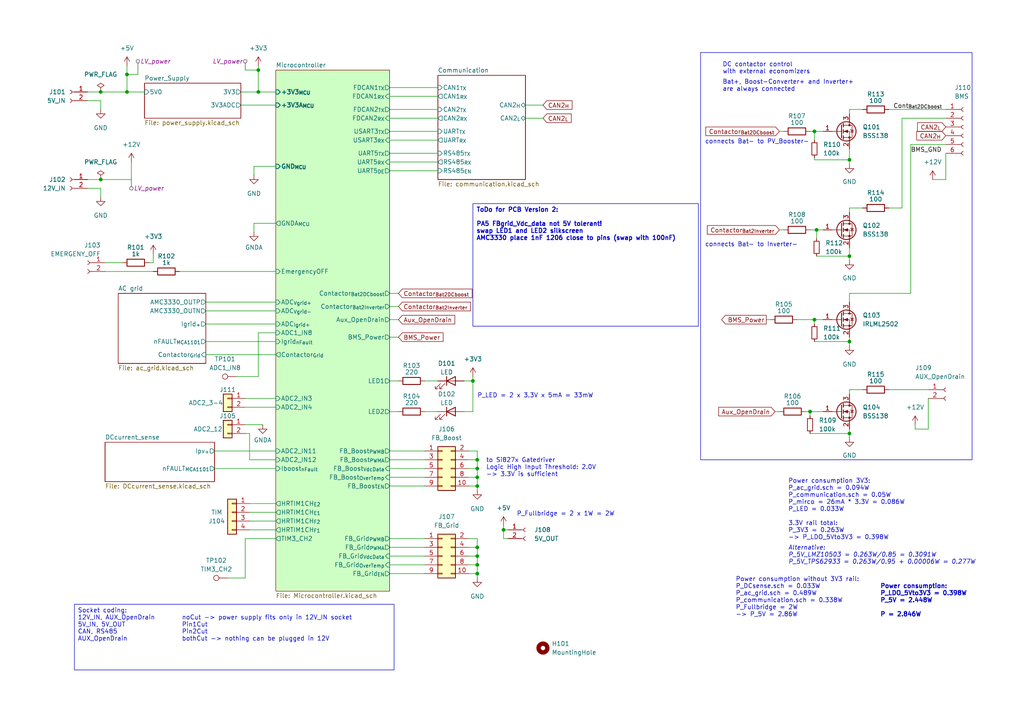
<source format=kicad_sch>
(kicad_sch (version 20230121) (generator eeschema)
  (paper "A4")
  (title_block (title "PVBatteryInverter_Mainboard") (date "2023-10-11") (rev "1.0") (comment 1 "Designer: Philip Kiehnle"))
  (lib_symbols
    (symbol "Connector:Conn_01x02_Socket" (pin_names (offset 1.016) hide)
      (property "Reference" "J" (at 0 2.54 0))
      (property "Value" "Conn_01x02_Socket" (at 0 -5.08 0))
      (symbol "Conn_01x02_Socket_1_1"
        (arc (start 0 -2.032) (mid -0.5058 -2.54) (end 0 -3.048) (stroke (width 0.1524)))
        (polyline (pts (xy -1.27 -2.54) (xy -0.508 -2.54)) (stroke (width 0.1524)))
        (polyline (pts (xy -1.27 0) (xy -0.508 0)) (stroke (width 0.1524)))
        (arc (start 0 0.508) (mid -0.5058 0) (end 0 -0.508) (stroke (width 0.1524)))
        (pin passive line (at -5.08 0 0) (length 3.81) (name "Pin_1") (number "1"))
        (pin passive line (at -5.08 -2.54 0) (length 3.81) (name "Pin_2") (number "2"))
      )
    )
    (symbol "Connector:Conn_01x06_Socket" (pin_names (offset 1.016) hide)
      (property "Reference" "J" (at 0 7.62 0))
      (property "Value" "Conn_01x06_Socket" (at 0 -10.16 0))
      (symbol "Conn_01x06_Socket_1_1"
        (arc (start 0 -7.112) (mid -0.5058 -7.62) (end 0 -8.128) (stroke (width 0.1524)))
        (arc (start 0 -4.572) (mid -0.5058 -5.08) (end 0 -5.588) (stroke (width 0.1524)))
        (arc (start 0 -2.032) (mid -0.5058 -2.54) (end 0 -3.048) (stroke (width 0.1524)))
        (polyline (pts (xy -1.27 -7.62) (xy -0.508 -7.62)) (stroke (width 0.1524)))
        (polyline (pts (xy -1.27 -5.08) (xy -0.508 -5.08)) (stroke (width 0.1524)))
        (polyline (pts (xy -1.27 -2.54) (xy -0.508 -2.54)) (stroke (width 0.1524)))
        (polyline (pts (xy -1.27 0) (xy -0.508 0)) (stroke (width 0.1524)))
        (polyline (pts (xy -1.27 2.54) (xy -0.508 2.54)) (stroke (width 0.1524)))
        (polyline (pts (xy -1.27 5.08) (xy -0.508 5.08)) (stroke (width 0.1524)))
        (arc (start 0 0.508) (mid -0.5058 0) (end 0 -0.508) (stroke (width 0.1524)))
        (arc (start 0 3.048) (mid -0.5058 2.54) (end 0 2.032) (stroke (width 0.1524)))
        (arc (start 0 5.588) (mid -0.5058 5.08) (end 0 4.572) (stroke (width 0.1524)))
        (pin passive line (at -5.08 5.08 0) (length 3.81) (name "Pin_1") (number "1"))
        (pin passive line (at -5.08 2.54 0) (length 3.81) (name "Pin_2") (number "2"))
        (pin passive line (at -5.08 0 0) (length 3.81) (name "Pin_3") (number "3"))
        (pin passive line (at -5.08 -2.54 0) (length 3.81) (name "Pin_4") (number "4"))
        (pin passive line (at -5.08 -5.08 0) (length 3.81) (name "Pin_5") (number "5"))
        (pin passive line (at -5.08 -7.62 0) (length 3.81) (name "Pin_6") (number "6"))
      )
    )
    (symbol "Connector:TestPoint" (pin_numbers hide) (pin_names (offset 0.762) hide)
      (property "Reference" "TP" (at 0 6.858 0))
      (property "Value" "TestPoint" (at 0 5.08 0))
      (symbol "TestPoint_0_1"
        (circle (center 0 3.302) (radius 0.762))
      )
      (symbol "TestPoint_1_1"
        (pin passive line (at 0 0 90) (length 2.54) (name "1") (number "1"))
      )
    )
    (symbol "Connector_Generic:Conn_01x02" (pin_names (offset 1.016) hide)
      (property "Reference" "J" (at 0 2.54 0))
      (property "Value" "Conn_01x02" (at 0 -5.08 0))
      (symbol "Conn_01x02_1_1"
        (rectangle (start -1.27 -2.413) (end 0 -2.667) (stroke (width 0.1524)))
        (rectangle (start -1.27 0.127) (end 0 -0.127) (stroke (width 0.1524)))
        (rectangle (start -1.27 1.27) (end 1.27 -3.81) (stroke (width 0.254)) (fill (type background)))
        (pin passive line (at -5.08 0 0) (length 3.81) (name "Pin_1") (number "1"))
        (pin passive line (at -5.08 -2.54 0) (length 3.81) (name "Pin_2") (number "2"))
      )
    )
    (symbol "Connector_Generic:Conn_01x04" (pin_names (offset 1.016) hide)
      (property "Reference" "J" (at 0 5.08 0))
      (property "Value" "Conn_01x04" (at 0 -7.62 0))
      (symbol "Conn_01x04_1_1"
        (rectangle (start -1.27 -4.953) (end 0 -5.207) (stroke (width 0.1524)))
        (rectangle (start -1.27 -2.413) (end 0 -2.667) (stroke (width 0.1524)))
        (rectangle (start -1.27 0.127) (end 0 -0.127) (stroke (width 0.1524)))
        (rectangle (start -1.27 2.667) (end 0 2.413) (stroke (width 0.1524)))
        (rectangle (start -1.27 3.81) (end 1.27 -6.35) (stroke (width 0.254)) (fill (type background)))
        (pin passive line (at -5.08 2.54 0) (length 3.81) (name "Pin_1") (number "1"))
        (pin passive line (at -5.08 0 0) (length 3.81) (name "Pin_2") (number "2"))
        (pin passive line (at -5.08 -2.54 0) (length 3.81) (name "Pin_3") (number "3"))
        (pin passive line (at -5.08 -5.08 0) (length 3.81) (name "Pin_4") (number "4"))
      )
    )
    (symbol "Connector_Generic:Conn_02x05_Odd_Even" (pin_names (offset 1.016) hide)
      (property "Reference" "J" (at 1.27 7.62 0))
      (property "Value" "Conn_02x05_Odd_Even" (at 1.27 -7.62 0))
      (symbol "Conn_02x05_Odd_Even_1_1"
        (rectangle (start -1.27 -4.953) (end 0 -5.207) (stroke (width 0.1524)))
        (rectangle (start -1.27 -2.413) (end 0 -2.667) (stroke (width 0.1524)))
        (rectangle (start -1.27 0.127) (end 0 -0.127) (stroke (width 0.1524)))
        (rectangle (start -1.27 2.667) (end 0 2.413) (stroke (width 0.1524)))
        (rectangle (start -1.27 5.207) (end 0 4.953) (stroke (width 0.1524)))
        (rectangle (start -1.27 6.35) (end 3.81 -6.35) (stroke (width 0.254)) (fill (type background)))
        (rectangle (start 3.81 -4.953) (end 2.54 -5.207) (stroke (width 0.1524)))
        (rectangle (start 3.81 -2.413) (end 2.54 -2.667) (stroke (width 0.1524)))
        (rectangle (start 3.81 0.127) (end 2.54 -0.127) (stroke (width 0.1524)))
        (rectangle (start 3.81 2.667) (end 2.54 2.413) (stroke (width 0.1524)))
        (rectangle (start 3.81 5.207) (end 2.54 4.953) (stroke (width 0.1524)))
        (pin passive line (at -5.08 5.08 0) (length 3.81) (name "Pin_1") (number "1"))
        (pin passive line (at 7.62 -5.08 180) (length 3.81) (name "Pin_10") (number "10"))
        (pin passive line (at 7.62 5.08 180) (length 3.81) (name "Pin_2") (number "2"))
        (pin passive line (at -5.08 2.54 0) (length 3.81) (name "Pin_3") (number "3"))
        (pin passive line (at 7.62 2.54 180) (length 3.81) (name "Pin_4") (number "4"))
        (pin passive line (at -5.08 0 0) (length 3.81) (name "Pin_5") (number "5"))
        (pin passive line (at 7.62 0 180) (length 3.81) (name "Pin_6") (number "6"))
        (pin passive line (at -5.08 -2.54 0) (length 3.81) (name "Pin_7") (number "7"))
        (pin passive line (at 7.62 -2.54 180) (length 3.81) (name "Pin_8") (number "8"))
        (pin passive line (at -5.08 -5.08 0) (length 3.81) (name "Pin_9") (number "9"))
      )
    )
    (symbol "Device:LED" (pin_numbers hide) (pin_names (offset 1.016) hide)
      (property "Reference" "D" (at 0 2.54 0))
      (property "Value" "LED" (at 0 -2.54 0))
      (symbol "LED_0_1"
        (polyline (pts (xy -1.27 -1.27) (xy -1.27 1.27)) (stroke (width 0.254)))
        (polyline (pts (xy -1.27 0) (xy 1.27 0)))
        (polyline (pts (xy 1.27 -1.27) (xy 1.27 1.27) (xy -1.27 0) (xy 1.27 -1.27)) (stroke (width 0.254)))
        (polyline (pts (xy -3.048 -0.762) (xy -4.572 -2.286) (xy -3.81 -2.286) (xy -4.572 -2.286) (xy -4.572 -1.524)))
        (polyline (pts (xy -1.778 -0.762) (xy -3.302 -2.286) (xy -2.54 -2.286) (xy -3.302 -2.286) (xy -3.302 -1.524)))
      )
      (symbol "LED_1_1"
        (pin passive line (at -3.81 0 0) (length 2.54) (name "K") (number "1"))
        (pin passive line (at 3.81 0 180) (length 2.54) (name "A") (number "2"))
      )
    )
    (symbol "Device:R" (pin_numbers hide) (pin_names (offset 0))
      (property "Reference" "R" (at 2.032 0 90))
      (property "Value" "R" (at 0 0 90))
      (symbol "R_0_1"
        (rectangle (start -1.016 -2.54) (end 1.016 2.54) (stroke (width 0.254)))
      )
      (symbol "R_1_1"
        (pin passive line (at 0 3.81 270) (length 1.27) (name "~") (number "1"))
        (pin passive line (at 0 -3.81 90) (length 1.27) (name "~") (number "2"))
      )
    )
    (symbol "Device:R_Small" (pin_numbers hide) (pin_names (offset 0.254) hide)
      (property "Reference" "R" (at 0.762 0.508 0))
      (property "Value" "R_Small" (at 0.762 -1.016 0))
      (symbol "R_Small_0_1"
        (rectangle (start -0.762 1.778) (end 0.762 -1.778) (stroke (width 0.2032)))
      )
      (symbol "R_Small_1_1"
        (pin passive line (at 0 2.54 270) (length 0.762) (name "~") (number "1"))
        (pin passive line (at 0 -2.54 90) (length 0.762) (name "~") (number "2"))
      )
    )
    (symbol "ETI_lib:Transistor_FET/EBS13389-BSS138" (pin_names hide)
      (property "Reference" "Q" (at 5.08 1.905 0))
      (property "Value" "BSS138" (at 5.08 0 0))
      (symbol "Transistor_FET/EBS13389-BSS138_0_1"
        (polyline (pts (xy 0.254 0) (xy -2.54 0)))
        (polyline (pts (xy 0.254 1.905) (xy 0.254 -1.905)) (stroke (width 0.254)))
        (polyline (pts (xy 0.762 -1.27) (xy 0.762 -2.286)) (stroke (width 0.254)))
        (polyline (pts (xy 0.762 0.508) (xy 0.762 -0.508)) (stroke (width 0.254)))
        (polyline (pts (xy 0.762 2.286) (xy 0.762 1.27)) (stroke (width 0.254)))
        (polyline (pts (xy 2.54 2.54) (xy 2.54 1.778)))
        (polyline (pts (xy 2.54 -2.54) (xy 2.54 0) (xy 0.762 0)))
        (polyline (pts (xy 0.762 -1.778) (xy 3.302 -1.778) (xy 3.302 1.778) (xy 0.762 1.778)))
        (polyline (pts (xy 1.016 0) (xy 2.032 0.381) (xy 2.032 -0.381) (xy 1.016 0)) (fill (type outline)))
        (polyline (pts (xy 2.794 0.508) (xy 2.921 0.381) (xy 3.683 0.381) (xy 3.81 0.254)))
        (polyline (pts (xy 3.302 0.381) (xy 2.921 -0.254) (xy 3.683 -0.254) (xy 3.302 0.381)))
        (circle (center 1.651 0) (radius 2.794) (stroke (width 0.254)))
        (circle (center 2.54 -1.778) (radius 0.254) (fill (type outline)))
        (circle (center 2.54 1.778) (radius 0.254) (fill (type outline)))
      )
      (symbol "Transistor_FET/EBS13389-BSS138_1_1"
        (pin input line (at -5.08 0 0) (length 2.54) (name "G") (number "1"))
        (pin passive line (at 2.54 -5.08 90) (length 2.54) (name "S") (number "2"))
        (pin passive line (at 2.54 5.08 270) (length 2.54) (name "D") (number "3"))
      )
    )
    (symbol "Mechanical:MountingHole" (pin_names (offset 1.016))
      (property "Reference" "H" (at 0 5.08 0))
      (property "Value" "MountingHole" (at 0 3.175 0))
      (symbol "MountingHole_0_1"
        (circle (center 0 0) (radius 1.27) (stroke (width 1.27)))
      )
    )
    (symbol "Transistor_FET:IRLML2060" (pin_names hide)
      (property "Reference" "Q" (at 5.08 1.905 0))
      (property "Value" "IRLML2060" (at 5.08 0 0))
      (symbol "IRLML2060_0_1"
        (polyline (pts (xy 0.254 0) (xy -2.54 0)))
        (polyline (pts (xy 0.254 1.905) (xy 0.254 -1.905)) (stroke (width 0.254)))
        (polyline (pts (xy 0.762 -1.27) (xy 0.762 -2.286)) (stroke (width 0.254)))
        (polyline (pts (xy 0.762 0.508) (xy 0.762 -0.508)) (stroke (width 0.254)))
        (polyline (pts (xy 0.762 2.286) (xy 0.762 1.27)) (stroke (width 0.254)))
        (polyline (pts (xy 2.54 2.54) (xy 2.54 1.778)))
        (polyline (pts (xy 2.54 -2.54) (xy 2.54 0) (xy 0.762 0)))
        (polyline (pts (xy 0.762 -1.778) (xy 3.302 -1.778) (xy 3.302 1.778) (xy 0.762 1.778)))
        (polyline (pts (xy 1.016 0) (xy 2.032 0.381) (xy 2.032 -0.381) (xy 1.016 0)) (fill (type outline)))
        (polyline (pts (xy 2.794 0.508) (xy 2.921 0.381) (xy 3.683 0.381) (xy 3.81 0.254)))
        (polyline (pts (xy 3.302 0.381) (xy 2.921 -0.254) (xy 3.683 -0.254) (xy 3.302 0.381)))
        (circle (center 1.651 0) (radius 2.794) (stroke (width 0.254)))
        (circle (center 2.54 -1.778) (radius 0.254) (fill (type outline)))
        (circle (center 2.54 1.778) (radius 0.254) (fill (type outline)))
      )
      (symbol "IRLML2060_1_1"
        (pin input line (at -5.08 0 0) (length 2.54) (name "G") (number "1"))
        (pin passive line (at 2.54 -5.08 90) (length 2.54) (name "S") (number "2"))
        (pin passive line (at 2.54 5.08 270) (length 2.54) (name "D") (number "3"))
      )
    )
    (symbol "power:+12V" (power) (pin_names (offset 0))
      (property "Value" "+12V" (at 0 3.556 0))
      (symbol "+12V_0_1"
        (polyline (pts (xy -0.762 1.27) (xy 0 2.54)))
        (polyline (pts (xy 0 0) (xy 0 2.54)))
        (polyline (pts (xy 0 2.54) (xy 0.762 1.27)))
      )
      (symbol "+12V_1_1"
        (pin power_in line (at 0 0 90) (length 0) hide (name "+12V") (number "1"))
      )
    )
    (symbol "power:+3V3" (power) (pin_names (offset 0))
      (property "Value" "+3V3" (at 0 3.556 0))
      (symbol "+3V3_0_1"
        (polyline (pts (xy -0.762 1.27) (xy 0 2.54)))
        (polyline (pts (xy 0 0) (xy 0 2.54)))
        (polyline (pts (xy 0 2.54) (xy 0.762 1.27)))
      )
      (symbol "+3V3_1_1"
        (pin power_in line (at 0 0 90) (length 0) hide (name "+3V3") (number "1"))
      )
    )
    (symbol "power:+5V" (power) (pin_names (offset 0))
      (property "Value" "+5V" (at 0 3.556 0))
      (symbol "+5V_0_1"
        (polyline (pts (xy -0.762 1.27) (xy 0 2.54)))
        (polyline (pts (xy 0 0) (xy 0 2.54)))
        (polyline (pts (xy 0 2.54) (xy 0.762 1.27)))
      )
      (symbol "+5V_1_1"
        (pin power_in line (at 0 0 90) (length 0) hide (name "+5V") (number "1"))
      )
    )
    (symbol "power:GND" (power) (pin_names (offset 0))
      (property "Value" "GND" (at 0 -3.81 0))
      (symbol "GND_0_1"
        (polyline (pts (xy 0 0) (xy 0 -1.27) (xy 1.27 -1.27) (xy 0 -2.54) (xy -1.27 -1.27) (xy 0 -1.27)))
      )
      (symbol "GND_1_1"
        (pin power_in line (at 0 0 270) (length 0) hide (name "GND") (number "1"))
      )
    )
    (symbol "power:GNDA" (power) (pin_names (offset 0))
      (property "Value" "GNDA" (at 0 -3.81 0))
      (symbol "GNDA_0_1"
        (polyline (pts (xy 0 0) (xy 0 -1.27) (xy 1.27 -1.27) (xy 0 -2.54) (xy -1.27 -1.27) (xy 0 -1.27)))
      )
      (symbol "GNDA_1_1"
        (pin power_in line (at 0 0 270) (length 0) hide (name "GNDA") (number "1"))
      )
    )
    (symbol "power:PWR_FLAG" (power) (pin_numbers hide) (pin_names (offset 0) hide)
      (property "Value" "PWR_FLAG" (at 0 3.81 0))
      (symbol "PWR_FLAG_0_0"
        (pin power_out line (at 0 0 90) (length 0) (name "pwr") (number "1"))
      )
      (symbol "PWR_FLAG_0_1"
        (polyline (pts (xy 0 0) (xy 0 1.27) (xy -1.016 1.905) (xy 0 2.54) (xy 1.016 1.905) (xy 0 1.27)))
      )
    )
  )
  (junction (at 138.43 138.43))
  (junction (at 36.83 26.67))
  (junction (at 236.22 92.71))
  (junction (at 138.43 135.89))
  (junction (at 246.38 125.73))
  (junction (at 246.38 46.355))
  (junction (at 246.38 99.06))
  (junction (at 29.21 26.67))
  (junction (at 74.93 20.32))
  (junction (at 234.95 119.38))
  (junction (at 137.16 110.49))
  (junction (at 236.855 66.675))
  (junction (at 236.22 38.1))
  (junction (at 246.38 74.295))
  (junction (at 138.43 161.29))
  (junction (at 146.05 153.67))
  (junction (at 138.43 133.35))
  (junction (at 36.83 21.59))
  (junction (at 74.93 26.67))
  (junction (at 138.43 166.37))
  (junction (at 29.21 52.07))
  (junction (at 138.43 158.75))
  (junction (at 138.43 140.97))
  (junction (at 138.43 163.83))
  (wire (pts (xy 265.43 124.46) (xy 265.43 123.19)))
  (wire (pts (xy 113.03 158.75) (xy 123.19 158.75)))
  (wire (pts (xy 36.83 21.59) (xy 40.005 21.59)))
  (wire (pts (xy 138.43 163.83) (xy 138.43 166.37)))
  (wire (pts (xy 236.22 92.71) (xy 236.22 93.98)))
  (wire (pts (xy 69.85 26.67) (xy 74.93 26.67)))
  (wire (pts (xy 257.81 113.03) (xy 269.24 113.03)))
  (wire (pts (xy 236.22 45.72) (xy 236.22 46.355)))
  (wire (pts (xy 246.38 99.06) (xy 246.38 100.33)))
  (wire (pts (xy 113.03 133.35) (xy 123.19 133.35)))
  (wire (pts (xy 30.48 78.74) (xy 44.45 78.74)))
  (wire (pts (xy 135.89 163.83) (xy 138.43 163.83)))
  (wire (pts (xy 234.95 125.73) (xy 246.38 125.73)))
  (wire (pts (xy 236.22 99.06) (xy 246.38 99.06)))
  (wire (pts (xy 36.83 19.05) (xy 36.83 21.59)))
  (wire (pts (xy 236.22 92.71) (xy 238.76 92.71)))
  (wire (pts (xy 113.03 27.94) (xy 127 27.94)))
  (wire (pts (xy 226.06 66.675) (xy 227.33 66.675)))
  (wire (pts (xy 246.38 31.75) (xy 250.19 31.75)))
  (wire (pts (xy 74.93 109.22) (xy 68.58 109.22)))
  (wire (pts (xy 113.03 85.09) (xy 115.57 85.09)))
  (wire (pts (xy 137.16 109.22) (xy 137.16 110.49)))
  (wire (pts (xy 74.93 96.52) (xy 80.01 96.52)))
  (wire (pts (xy 113.03 92.71) (xy 115.57 92.71)))
  (wire (pts (xy 113.03 40.64) (xy 127 40.64)))
  (wire (pts (xy 226.06 38.1) (xy 227.33 38.1)))
  (wire (pts (xy 40.005 20.32) (xy 40.005 21.59)))
  (wire (pts (xy 72.39 125.73) (xy 71.12 125.73)))
  (wire (pts (xy 38.1 46.99) (xy 38.1 52.07)))
  (wire (pts (xy 71.12 20.32) (xy 74.93 20.32)))
  (wire (pts (xy 71.12 156.21) (xy 71.12 167.64)))
  (wire (pts (xy 113.03 38.1) (xy 127 38.1)))
  (wire (pts (xy 71.12 156.21) (xy 80.01 156.21)))
  (wire (pts (xy 123.19 119.38) (xy 127 119.38)))
  (wire (pts (xy 137.16 119.38) (xy 137.16 110.49)))
  (wire (pts (xy 146.05 153.67) (xy 146.05 156.21)))
  (wire (pts (xy 69.85 30.48) (xy 80.01 30.48)))
  (wire (pts (xy 135.89 138.43) (xy 138.43 138.43)))
  (wire (pts (xy 152.4 30.48) (xy 157.48 30.48)))
  (wire (pts (xy 138.43 130.81) (xy 138.43 133.35)))
  (wire (pts (xy 25.4 26.67) (xy 29.21 26.67)))
  (wire (pts (xy 246.38 85.09) (xy 264.16 85.09)))
  (wire (pts (xy 246.38 74.295) (xy 246.38 75.565)))
  (wire (pts (xy 246.38 113.03) (xy 250.19 113.03)))
  (wire (pts (xy 113.03 44.45) (xy 127 44.45)))
  (wire (pts (xy 257.81 60.325) (xy 261.62 60.325)))
  (wire (pts (xy 236.22 38.1) (xy 236.22 40.64)))
  (wire (pts (xy 274.32 44.45) (xy 274.32 52.07)))
  (wire (pts (xy 222.25 92.71) (xy 223.52 92.71)))
  (wire (pts (xy 246.38 31.75) (xy 246.38 33.02)))
  (wire (pts (xy 264.16 41.91) (xy 274.32 41.91)))
  (wire (pts (xy 234.95 119.38) (xy 233.68 119.38)))
  (wire (pts (xy 274.32 34.29) (xy 261.62 34.29)))
  (wire (pts (xy 236.855 66.675) (xy 234.95 66.675)))
  (wire (pts (xy 246.38 71.755) (xy 246.38 74.295)))
  (wire (pts (xy 138.43 156.21) (xy 138.43 158.75)))
  (wire (pts (xy 73.66 67.31) (xy 73.66 64.77)))
  (wire (pts (xy 113.03 110.49) (xy 115.57 110.49)))
  (wire (pts (xy 113.03 97.79) (xy 115.57 97.79)))
  (wire (pts (xy 236.22 38.1) (xy 234.95 38.1)))
  (wire (pts (xy 72.39 133.35) (xy 80.01 133.35)))
  (wire (pts (xy 264.16 85.09) (xy 264.16 41.91)))
  (wire (pts (xy 135.89 135.89) (xy 138.43 135.89)))
  (wire (pts (xy 152.4 34.29) (xy 157.48 34.29)))
  (wire (pts (xy 73.66 64.77) (xy 80.01 64.77)))
  (wire (pts (xy 147.32 156.21) (xy 146.05 156.21)))
  (wire (pts (xy 72.39 146.05) (xy 80.01 146.05)))
  (wire (pts (xy 80.01 93.98) (xy 59.69 93.98)))
  (wire (pts (xy 113.03 88.9) (xy 115.57 88.9)))
  (wire (pts (xy 80.01 99.06) (xy 59.69 99.06)))
  (wire (pts (xy 113.03 163.83) (xy 123.19 163.83)))
  (wire (pts (xy 36.83 26.67) (xy 41.91 26.67)))
  (wire (pts (xy 71.12 123.19) (xy 76.2 123.19)))
  (wire (pts (xy 138.43 140.97) (xy 138.43 142.24)))
  (wire (pts (xy 74.93 19.05) (xy 74.93 20.32)))
  (wire (pts (xy 246.38 60.325) (xy 250.19 60.325)))
  (wire (pts (xy 25.4 29.21) (xy 29.21 29.21)))
  (wire (pts (xy 135.89 140.97) (xy 138.43 140.97)))
  (wire (pts (xy 113.03 119.38) (xy 115.57 119.38)))
  (wire (pts (xy 74.93 26.67) (xy 80.01 26.67)))
  (wire (pts (xy 52.07 78.74) (xy 80.01 78.74)))
  (wire (pts (xy 36.83 21.59) (xy 36.83 26.67)))
  (wire (pts (xy 73.66 50.8) (xy 73.66 48.26)))
  (wire (pts (xy 138.43 133.35) (xy 138.43 135.89)))
  (wire (pts (xy 269.24 115.57) (xy 269.24 124.46)))
  (wire (pts (xy 72.39 148.59) (xy 80.01 148.59)))
  (wire (pts (xy 44.45 76.2) (xy 44.45 73.66)))
  (wire (pts (xy 29.21 54.61) (xy 29.21 57.15)))
  (wire (pts (xy 71.12 118.11) (xy 80.01 118.11)))
  (wire (pts (xy 113.03 161.29) (xy 123.19 161.29)))
  (wire (pts (xy 246.38 60.325) (xy 246.38 61.595)))
  (wire (pts (xy 246.38 113.03) (xy 246.38 114.3)))
  (wire (pts (xy 113.03 46.99) (xy 127 46.99)))
  (wire (pts (xy 123.19 110.49) (xy 127 110.49)))
  (wire (pts (xy 74.93 109.22) (xy 74.93 96.52)))
  (wire (pts (xy 29.21 26.67) (xy 36.83 26.67)))
  (wire (pts (xy 72.39 133.35) (xy 72.39 125.73)))
  (wire (pts (xy 269.24 124.46) (xy 265.43 124.46)))
  (wire (pts (xy 72.39 151.13) (xy 80.01 151.13)))
  (wire (pts (xy 135.89 130.81) (xy 138.43 130.81)))
  (wire (pts (xy 29.21 52.07) (xy 38.1 52.07)))
  (wire (pts (xy 135.89 158.75) (xy 138.43 158.75)))
  (wire (pts (xy 137.16 110.49) (xy 134.62 110.49)))
  (wire (pts (xy 80.01 102.87) (xy 59.69 102.87)))
  (wire (pts (xy 113.03 135.89) (xy 123.19 135.89)))
  (wire (pts (xy 113.03 31.75) (xy 127 31.75)))
  (wire (pts (xy 135.89 166.37) (xy 138.43 166.37)))
  (wire (pts (xy 113.03 156.21) (xy 123.19 156.21)))
  (wire (pts (xy 246.38 125.73) (xy 246.38 127)))
  (wire (pts (xy 80.01 90.17) (xy 59.69 90.17)))
  (wire (pts (xy 113.03 34.29) (xy 127 34.29)))
  (wire (pts (xy 246.38 124.46) (xy 246.38 125.73)))
  (wire (pts (xy 71.12 167.64) (xy 66.04 167.64)))
  (wire (pts (xy 113.03 166.37) (xy 123.19 166.37)))
  (wire (pts (xy 72.39 153.67) (xy 80.01 153.67)))
  (wire (pts (xy 236.855 66.675) (xy 236.855 69.215)))
  (wire (pts (xy 238.76 38.1) (xy 236.22 38.1)))
  (wire (pts (xy 113.03 49.53) (xy 127 49.53)))
  (wire (pts (xy 138.43 166.37) (xy 138.43 167.64)))
  (wire (pts (xy 74.93 20.32) (xy 74.93 26.67)))
  (wire (pts (xy 135.89 156.21) (xy 138.43 156.21)))
  (wire (pts (xy 138.43 158.75) (xy 138.43 161.29)))
  (wire (pts (xy 135.89 161.29) (xy 138.43 161.29)))
  (wire (pts (xy 146.05 153.67) (xy 146.05 152.4)))
  (wire (pts (xy 224.79 119.38) (xy 226.06 119.38)))
  (wire (pts (xy 236.22 46.355) (xy 246.38 46.355)))
  (wire (pts (xy 246.38 97.79) (xy 246.38 99.06)))
  (wire (pts (xy 138.43 161.29) (xy 138.43 163.83)))
  (wire (pts (xy 25.4 54.61) (xy 29.21 54.61)))
  (wire (pts (xy 29.21 29.21) (xy 29.21 31.75)))
  (wire (pts (xy 113.03 130.81) (xy 123.19 130.81)))
  (wire (pts (xy 147.32 153.67) (xy 146.05 153.67)))
  (wire (pts (xy 246.38 87.63) (xy 246.38 85.09)))
  (wire (pts (xy 62.23 135.89) (xy 80.01 135.89)))
  (wire (pts (xy 274.32 52.07) (xy 270.51 52.07)))
  (wire (pts (xy 134.62 119.38) (xy 137.16 119.38)))
  (wire (pts (xy 62.23 130.81) (xy 80.01 130.81)))
  (wire (pts (xy 113.03 140.97) (xy 123.19 140.97)))
  (wire (pts (xy 238.76 119.38) (xy 234.95 119.38)))
  (wire (pts (xy 80.01 87.63) (xy 59.69 87.63)))
  (wire (pts (xy 234.95 119.38) (xy 234.95 120.65)))
  (wire (pts (xy 261.62 34.29) (xy 261.62 60.325)))
  (wire (pts (xy 43.18 76.2) (xy 44.45 76.2)))
  (wire (pts (xy 236.855 66.675) (xy 238.76 66.675)))
  (wire (pts (xy 25.4 52.07) (xy 29.21 52.07)))
  (wire (pts (xy 236.855 74.295) (xy 246.38 74.295)))
  (wire (pts (xy 30.48 76.2) (xy 35.56 76.2)))
  (wire (pts (xy 73.66 48.26) (xy 80.01 48.26)))
  (wire (pts (xy 246.38 43.18) (xy 246.38 46.355)))
  (wire (pts (xy 138.43 138.43) (xy 138.43 140.97)))
  (wire (pts (xy 257.81 31.75) (xy 274.32 31.75)))
  (wire (pts (xy 138.43 135.89) (xy 138.43 138.43)))
  (wire (pts (xy 71.12 115.57) (xy 80.01 115.57)))
  (wire (pts (xy 135.89 133.35) (xy 138.43 133.35)))
  (wire (pts (xy 113.03 138.43) (xy 123.19 138.43)))
  (wire (pts (xy 231.14 92.71) (xy 236.22 92.71)))
  (wire (pts (xy 246.38 46.355) (xy 246.38 47.625)))
  (wire (pts (xy 113.03 25.4) (xy 127 25.4)))
  (rectangle (start 203.2 15.24) (end 281.94 133.35))
  (text_box "ToDo for PCB Version 2:\n\nPA5 FBgrid_Vdc_data not 5V tolerant!\nswap LED1 and LED2 silkscreen\nAMC3330 place 1nF 1206 close to pins (swap with 100nF)" (at 137.16 59.055 0) (size 65.405 35.56) (effects (font (size 1.27 1.27) (thickness 0.254) bold) (justify left top)))
  (text_box "Socket coding:\n12V_IN, AUX_OpenDrain	noCut -> power supply fits only in 12V_IN socket\n5V_IN, 5V_OUT			Pin1Cut\nCAN, RS485				Pin2Cut\nAUX_OpenDrain			bothCut -> nothing can be plugged in 12V" (at 21.59 175.26 0) (size 92.71 19.05) (effects (font (size 1.27 1.27)) (justify left top)))
  (text "Alternative:\nP_5V_LMZ10503 = 0.263W/0.85 = 0.3091W\nP_5V_TPS62933 = 0.263W/0.95 + 0.00006W = 0.277W" (at 228.6 163.83 0) (effects (font (size 1.27 1.27) italic) (justify left bottom)))
  (text "DC contactor control\nwith external economizers" (at 209.55 21.59 0) (effects (font (size 1.27 1.27)) (justify left bottom)))
  (text "P_LED = 2 x 3.3V x 5mA = 33mW" (at 138.43 115.57 0) (effects (font (size 1.27 1.27)) (justify left bottom)))
  (text "Power consumption without 3V3 rail:\nP_DCsense.sch = 0.033W\nP_ac_grid.sch = 0.489W\nP_communication.sch = 0.338W\nP_Fullbridge = 2W\n-> P_5V = 2.86W" (at 213.36 179.07 0) (effects (font (size 1.27 1.27)) (justify left bottom)))
  (text "P_Fullbridge = 2 x 1W = 2W" (at 149.86 149.86 0) (effects (font (size 1.27 1.27)) (justify left bottom)))
  (text "Power consumption:\nP_LDO_5Vto3V3 = 0.398W\nP_5V = 2.448W\n\nP = 2.846W" (at 255.27 179.07 0) (effects (font (size 1.27 1.27) (thickness 0.254) bold) (justify left bottom)))
  (text "to Si827x Gatedriver\nLogic High Input Threshold: 2.0V\n-> 3.3V is sufficient" (at 140.97 138.43 0) (effects (font (size 1.27 1.27)) (justify left bottom)))
  (text "connects Bat- to PV_Booster-" (at 204.47 41.91 0) (effects (font (size 1.27 1.27)) (justify left bottom)))
  (text "connects Bat- to Inverter-" (at 204.47 71.755 0) (effects (font (size 1.27 1.27)) (justify left bottom)))
  (text "Bat+, Boost-Converter+ and Inverter+\nare always connected" (at 209.55 26.67 0) (effects (font (size 1.27 1.27)) (justify left bottom)))
  (text "Power consumption 3V3:\nP_ac_grid.sch = 0.094W\nP_communication.sch = 0.05W\nP_mirco = 26mA * 3.3V = 0.086W\nP_LED = 0.033W\n\n3.3V rail total:\nP_3V3 = 0.263W\n-> P_LDO_5Vto3V3 = 0.398W\n\n" (at 228.6 158.75 0) (effects (font (size 1.27 1.27)) (justify left bottom)))
  (label "Cont_{Bat2DCboost}" (at 259.08 31.75 0))
  (label "BMS_GND" (at 264.16 44.45 0))
  (global_label "CAN2_{H}" (shape input) (at 157.48 30.48 0) (property "Intersheetrefs" "${INTERSHEET_REFS}" (effects hide)))
  (global_label "CAN2_{H}" (shape input) (at 274.32 39.37 180) (property "Intersheetrefs" "${INTERSHEET_REFS}" (effects hide)))
  (global_label "BMS_Power" (shape output) (at 222.25 92.71 180) (property "Intersheetrefs" "${INTERSHEET_REFS}" (effects hide)))
  (global_label "Aux_OpenDrain" (shape input) (at 224.79 119.38 180) (property "Intersheetrefs" "${INTERSHEET_REFS}" (effects hide)))
  (global_label "BMS_Power" (shape input) (at 115.57 97.79 0) (property "Intersheetrefs" "${INTERSHEET_REFS}" (effects hide)))
  (global_label "Contactor_{Bat2Inverter}" (shape input) (at 115.57 88.9 0) (property "Intersheetrefs" "${INTERSHEET_REFS}" (effects hide)))
  (global_label "Contactor_{Bat2DCboost}" (shape input) (at 226.06 38.1 180) (property "Intersheetrefs" "${INTERSHEET_REFS}" (effects hide)))
  (global_label "Contactor_{Bat2DCboost}" (shape input) (at 115.57 85.09 0) (property "Intersheetrefs" "${INTERSHEET_REFS}" (effects hide)))
  (global_label "Contactor_{Bat2Inverter}" (shape input) (at 226.06 66.675 180) (property "Intersheetrefs" "${INTERSHEET_REFS}" (effects hide)))
  (global_label "CAN2_{L}" (shape input) (at 274.32 36.83 180) (property "Intersheetrefs" "${INTERSHEET_REFS}" (effects hide)))
  (global_label "CAN2_{L}" (shape input) (at 157.48 34.29 0) (property "Intersheetrefs" "${INTERSHEET_REFS}" (effects hide)))
  (global_label "Aux_OpenDrain" (shape input) (at 115.57 92.71 0) (property "Intersheetrefs" "${INTERSHEET_REFS}" (effects hide)))
  (netclass_flag "" (length 2.54) (shape round) (at 71.12 20.32 0) (property "Netclass" "LV_power" (at 70.4215 17.78 0) (effects (font italic) (justify right))))
  (netclass_flag "" (length 2.54) (shape round) (at 38.1 52.07 180) (property "Netclass" "LV_power" (at 38.7985 54.61 0) (effects (font italic) (justify left))))
  (netclass_flag "" (length 2.54) (shape round) (at 40.005 20.32 0) (property "Netclass" "LV_power" (at 40.7035 17.78 0) (effects (font italic) (justify left))))
  (symbol (lib_id "Device:R") (at 231.14 66.675 90) (mirror x) (unit 1)
    (property "Reference" "R108" (at 231.14 62.23 90))
    (property "Value" "100" (at 231.14 64.135 90))
    (property "Footprint" "Resistor_SMD:R_0603_1608Metric" (effects hide))
  )
  (symbol (lib_id "Device:R_Small") (at 236.855 71.755 180) (unit 1)
    (property "Reference" "R112" (at 239.395 70.485 0) (effects (justify right)))
    (property "Value" "100k" (at 239.395 73.025 0) (effects (justify right)))
    (property "Footprint" "Resistor_SMD:R_0603_1608Metric" (effects hide))
  )
  (symbol (lib_id "power:PWR_FLAG") (at 29.21 26.67 0) (unit 1)
    (property "Reference" "#FLG0101" (effects hide))
    (property "Value" "PWR_FLAG" (at 29.21 21.59 0))
  )
  (symbol (lib_id "Connector:Conn_01x02_Socket") (at 20.32 52.07 0) (mirror y) (unit 1)
    (property "Reference" "J102" (at 19.05 52.07 0) (effects (justify left)))
    (property "Value" "12V_IN" (at 19.05 54.61 0) (effects (justify left)))
    (property "Footprint" "Connector_Phoenix_MC:PhoenixContact_MC_1,5_2-G-3.81_1x02_P3.81mm_Horizontal" (effects hide))
  )
  (symbol (lib_id "power:GND") (at 73.66 50.8 0) (unit 1)
    (property "Reference" "#PWR0106" (effects hide))
    (property "Value" "GND" (at 73.66 56.134 0))
  )
  (symbol (lib_id "Connector:Conn_01x02_Socket") (at 20.32 26.67 0) (mirror y) (unit 1)
    (property "Reference" "J101" (at 19.05 26.67 0) (effects (justify left)))
    (property "Value" "5V_IN" (at 19.05 29.21 0) (effects (justify left)))
    (property "Footprint" "Connector_Phoenix_MC:PhoenixContact_MC_1,5_2-G-3.81_1x02_P3.81mm_Horizontal" (effects hide))
  )
  (symbol (lib_id "Device:R") (at 254 31.75 90) (mirror x) (unit 1)
    (property "Reference" "R113" (at 254 27.305 90))
    (property "Value" "100" (at 254 29.21 90))
    (property "Footprint" "Resistor_SMD:R_0603_1608Metric" (effects hide))
  )
  (symbol (lib_id "Device:LED") (at 130.81 110.49 0) (unit 1)
    (property "Reference" "D101" (at 129.54 105.41 0))
    (property "Value" "LED" (at 129.54 107.95 0))
    (property "Footprint" "LED_THT:LED_D3.0mm" (effects hide))
  )
  (symbol (lib_id "Connector:TestPoint") (at 66.04 167.64 90) (unit 1)
    (property "Reference" "TP102" (at 62.738 162.56 90))
    (property "Value" "TIM3_CH2" (at 62.738 165.1 90))
    (property "Footprint" "Connector_PinHeader_1.27mm:PinHeader_1x01_P1.27mm_Vertical" (effects hide))
  )
  (symbol (lib_id "Device:R") (at 119.38 119.38 90) (mirror x) (unit 1)
    (property "Reference" "R104" (at 119.38 114.935 90))
    (property "Value" "220" (at 119.38 116.84 90))
    (property "Footprint" "Resistor_SMD:R_0603_1608Metric" (effects hide))
  )
  (symbol (lib_id "power:+3V3") (at 44.45 73.66 0) (unit 1)
    (property "Reference" "#PWR0105" (effects hide))
    (property "Value" "+3V3" (at 44.45 68.58 0))
  )
  (symbol (lib_id "Device:R_Small") (at 236.22 43.18 180) (unit 1)
    (property "Reference" "R110" (at 238.76 41.91 0) (effects (justify right)))
    (property "Value" "100k" (at 238.76 44.45 0) (effects (justify right)))
    (property "Footprint" "Resistor_SMD:R_0603_1608Metric" (effects hide))
  )
  (symbol (lib_id "Device:R") (at 119.38 110.49 90) (mirror x) (unit 1)
    (property "Reference" "R103" (at 119.38 106.045 90))
    (property "Value" "220" (at 119.38 107.95 90))
    (property "Footprint" "Resistor_SMD:R_0603_1608Metric" (effects hide))
  )
  (symbol (lib_id "power:GND") (at 246.38 100.33 0) (mirror y) (unit 1)
    (property "Reference" "#PWR0116" (effects hide))
    (property "Value" "GND" (at 246.38 105.664 0))
  )
  (symbol (lib_id "power:GNDA") (at 73.66 67.31 0) (unit 1)
    (property "Reference" "#PWR0107" (effects hide))
    (property "Value" "GNDA" (at 73.66 71.755 0))
  )
  (symbol (lib_id "power:PWR_FLAG") (at 29.21 52.07 0) (unit 1)
    (property "Reference" "#FLG0102" (effects hide))
    (property "Value" "PWR_FLAG" (at 29.21 46.99 0))
  )
  (symbol (lib_id "Connector:TestPoint") (at 68.58 109.22 90) (unit 1)
    (property "Reference" "TP101" (at 65.278 104.14 90))
    (property "Value" "ADC1_IN8" (at 65.278 106.68 90))
    (property "Footprint" "Connector_PinHeader_1.27mm:PinHeader_1x01_P1.27mm_Vertical" (effects hide))
  )
  (symbol (lib_id "Device:R") (at 254 113.03 90) (mirror x) (unit 1)
    (property "Reference" "R115" (at 254 108.585 90))
    (property "Value" "100" (at 254 110.49 90))
    (property "Footprint" "Resistor_SMD:R_0603_1608Metric" (effects hide))
  )
  (symbol (lib_id "Device:R_Small") (at 236.22 96.52 180) (unit 1)
    (property "Reference" "R111" (at 238.76 95.25 0) (effects (justify right)))
    (property "Value" "100k" (at 238.76 97.79 0) (effects (justify right)))
    (property "Footprint" "Resistor_SMD:R_0603_1608Metric" (effects hide))
  )
  (symbol (lib_id "Device:R") (at 227.33 92.71 90) (mirror x) (unit 1)
    (property "Reference" "R105" (at 227.33 88.265 90))
    (property "Value" "100" (at 227.33 90.17 90))
    (property "Footprint" "Resistor_SMD:R_0603_1608Metric" (effects hide))
  )
  (symbol (lib_id "power:GND") (at 29.21 31.75 0) (unit 1)
    (property "Reference" "#PWR0101" (effects hide))
    (property "Value" "GND" (at 29.21 37.084 0))
  )
  (symbol (lib_id "Connector:Conn_01x02_Socket") (at 274.32 113.03 0) (unit 1)
    (property "Reference" "J109" (at 265.43 106.68 0) (effects (justify left)))
    (property "Value" "AUX_OpenDrain" (at 265.43 109.22 0) (effects (justify left)))
    (property "Footprint" "Connector_Phoenix_MC:PhoenixContact_MC_1,5_2-G-3.81_1x02_P3.81mm_Horizontal" (effects hide))
  )
  (symbol (lib_id "Connector:Conn_01x06_Socket") (at 279.4 36.83 0) (unit 1)
    (property "Reference" "J110" (at 276.86 25.4 0) (effects (justify left)))
    (property "Value" "BMS" (at 276.86 27.94 0) (effects (justify left)))
    (property "Footprint" "Connector_Phoenix_MC:PhoenixContact_MC_1,5_6-G-3.81_1x06_P3.81mm_Horizontal" (effects hide))
  )
  (symbol (lib_id "power:+5V") (at 36.83 19.05 0) (unit 1)
    (property "Reference" "#PWR0103" (effects hide))
    (property "Value" "+5V" (at 36.83 13.97 0))
  )
  (symbol (lib_id "power:+3V3") (at 74.93 19.05 0) (unit 1)
    (property "Reference" "#PWR0108" (effects hide))
    (property "Value" "+3V3" (at 74.93 13.97 0))
  )
  (symbol (lib_id "power:GND") (at 138.43 142.24 0) (unit 1)
    (property "Reference" "#PWR0111" (effects hide))
    (property "Value" "GND" (at 138.43 147.574 0))
  )
  (symbol (lib_id "power:+12V") (at 38.1 46.99 0) (unit 1)
    (property "Reference" "#PWR0104" (effects hide))
    (property "Value" "+12V" (at 38.1 41.91 0))
  )
  (symbol (lib_id "ETI_lib:Transistor_FET/EBS13389-BSS138") (at 243.84 38.1 0) (unit 1)
    (property "Reference" "Q101" (at 250.19 36.83 0) (effects (justify left)))
    (property "Value" "BSS138" (at 250.19 39.37 0) (effects (justify left)))
    (property "Footprint" "Package_TO_SOT_SMD:SOT-23" (effects hide))
    (property "Datasheet" "https://www.onsemi.com/pub/Collateral/BSS138-D.PDF" (effects hide))
    (property "EBS-URL" "https://ebs.eti.kit.edu/Artikel/13389" (effects hide))
    (property "StoragePosition" "STATIC A/G/22" (effects hide))
    (property "StorageQuantity" "953" (effects hide))
    (property "LatestOrderId" "-" (effects hide))
    (property "LatestOrderDate" "-" (effects hide))
    (property "LatestOrderBy" "-" (effects hide))
    (property "LatestPrice" "-" (effects hide))
    (property "LatestOrderQuantity" "-" (effects hide))
  )
  (symbol (lib_id "power:GND") (at 29.21 57.15 0) (unit 1)
    (property "Reference" "#PWR0102" (effects hide))
    (property "Value" "GND" (at 29.21 62.484 0))
  )
  (symbol (lib_id "Device:R") (at 229.87 119.38 90) (mirror x) (unit 1)
    (property "Reference" "R106" (at 229.87 114.935 90))
    (property "Value" "100" (at 229.87 116.84 90))
    (property "Footprint" "Resistor_SMD:R_0603_1608Metric" (effects hide))
  )
  (symbol (lib_id "power:GND") (at 246.38 127 0) (mirror y) (unit 1)
    (property "Reference" "#PWR0117" (effects hide))
    (property "Value" "GND" (at 246.38 132.08 0))
  )
  (symbol (lib_id "Connector_Generic:Conn_01x02") (at 66.04 115.57 0) (mirror y) (unit 1)
    (property "Reference" "J111" (at 66.04 113.03 0))
    (property "Value" "ADC2_3-4" (at 59.69 116.84 0))
    (property "Footprint" "Connector_PinHeader_1.27mm:PinHeader_1x02_P1.27mm_Vertical" (effects hide))
  )
  (symbol (lib_id "Mechanical:MountingHole") (at 157.48 187.96 0) (unit 1)
    (property "Reference" "H101" (at 160.02 186.69 0) (effects (justify left)))
    (property "Value" "MountingHole" (at 160.02 189.23 0) (effects (justify left)))
    (property "Footprint" "MountingHole:MountingHole_3.2mm_M3" (effects hide))
  )
  (symbol (lib_id "Connector:Conn_01x02_Socket") (at 152.4 153.67 0) (unit 1)
    (property "Reference" "J108" (at 154.94 153.67 0) (effects (justify left)))
    (property "Value" "5V_OUT" (at 154.94 156.21 0) (effects (justify left)))
    (property "Footprint" "Connector_Phoenix_MC:PhoenixContact_MC_1,5_2-G-3.81_1x02_P3.81mm_Horizontal" (effects hide))
  )
  (symbol (lib_id "Connector:Conn_01x02_Socket") (at 25.4 76.2 0) (mirror y) (unit 1)
    (property "Reference" "J103" (at 29.21 71.12 0) (effects (justify left)))
    (property "Value" "EMERGENY_OFF" (at 29.21 73.66 0) (effects (justify left)))
    (property "Footprint" "Connector_Phoenix_MC:PhoenixContact_MC_1,5_2-G-3.81_1x02_P3.81mm_Horizontal" (effects hide))
  )
  (symbol (lib_id "Device:LED") (at 130.81 119.38 0) (unit 1)
    (property "Reference" "D102" (at 129.54 114.3 0))
    (property "Value" "LED" (at 129.54 116.84 0))
    (property "Footprint" "LED_THT:LED_D3.0mm" (effects hide))
  )
  (symbol (lib_id "Connector_Generic:Conn_02x05_Odd_Even") (at 128.27 135.89 0) (unit 1)
    (property "Reference" "J106" (at 129.54 124.46 0))
    (property "Value" "FB_Boost" (at 129.54 127 0))
    (property "Footprint" "Connector_IDC:IDC-Header_2x05_P2.54mm_Vertical" (effects hide))
  )
  (symbol (lib_id "power:GND") (at 246.38 47.625 0) (mirror y) (unit 1)
    (property "Reference" "#PWR0114" (effects hide))
    (property "Value" "GND" (at 246.38 52.705 0))
  )
  (symbol (lib_id "Connector_Generic:Conn_01x02") (at 66.04 123.19 0) (mirror y) (unit 1)
    (property "Reference" "J105" (at 66.04 120.65 0))
    (property "Value" "ADC2_12" (at 60.325 124.46 0))
    (property "Footprint" "Connector_PinHeader_1.27mm:PinHeader_1x02_P1.27mm_Vertical" (effects hide))
  )
  (symbol (lib_id "Connector_Generic:Conn_02x05_Odd_Even") (at 128.27 161.29 0) (unit 1)
    (property "Reference" "J107" (at 129.54 149.86 0))
    (property "Value" "FB_Grid" (at 129.54 152.4 0))
    (property "Footprint" "Connector_IDC:IDC-Header_2x05_P2.54mm_Vertical" (effects hide))
  )
  (symbol (lib_id "power:GNDA") (at 76.2 123.19 0) (unit 1)
    (property "Reference" "#PWR0109" (effects hide))
    (property "Value" "GNDA" (at 76.2 127.635 0))
  )
  (symbol (lib_id "power:GND") (at 138.43 167.64 0) (unit 1)
    (property "Reference" "#PWR0112" (effects hide))
    (property "Value" "GND" (at 138.43 172.974 0))
  )
  (symbol (lib_id "ETI_lib:Transistor_FET/EBS13389-BSS138") (at 243.84 119.38 0) (unit 1)
    (property "Reference" "Q104" (at 250.19 118.11 0) (effects (justify left)))
    (property "Value" "BSS138" (at 250.19 120.65 0) (effects (justify left)))
    (property "Footprint" "Package_TO_SOT_SMD:SOT-23" (effects hide))
    (property "Datasheet" "https://www.onsemi.com/pub/Collateral/BSS138-D.PDF" (effects hide))
    (property "EBS-URL" "https://ebs.eti.kit.edu/Artikel/13389" (effects hide))
    (property "StoragePosition" "STATIC A/G/22" (effects hide))
    (property "StorageQuantity" "953" (effects hide))
    (property "LatestOrderId" "-" (effects hide))
    (property "LatestOrderDate" "-" (effects hide))
    (property "LatestOrderBy" "-" (effects hide))
    (property "LatestPrice" "-" (effects hide))
    (property "LatestOrderQuantity" "-" (effects hide))
  )
  (symbol (lib_id "Device:R_Small") (at 234.95 123.19 180) (unit 1)
    (property "Reference" "R109" (at 237.49 121.92 0) (effects (justify right)))
    (property "Value" "100k" (at 237.49 124.46 0) (effects (justify right)))
    (property "Footprint" "Resistor_SMD:R_0603_1608Metric" (effects hide))
  )
  (symbol (lib_id "power:+5V") (at 146.05 152.4 0) (unit 1)
    (property "Reference" "#PWR0113" (effects hide))
    (property "Value" "+5V" (at 146.05 147.32 0))
  )
  (symbol (lib_id "power:+12V") (at 270.51 52.07 0) (unit 1)
    (property "Reference" "#PWR0118" (effects hide))
    (property "Value" "+12V" (at 270.51 46.99 0))
  )
  (symbol (lib_id "Transistor_FET:IRLML2060") (at 243.84 92.71 0) (unit 1)
    (property "Reference" "Q103" (at 250.19 91.44 0) (effects (justify left)))
    (property "Value" "IRLML2502" (at 250.19 93.98 0) (effects (justify left)))
    (property "Footprint" "Package_TO_SOT_SMD:SOT-23" (effects hide))
    (property "Datasheet" "https://www.infineon.com/dgdl/irlml2060pbf.pdf?fileId=5546d462533600a401535664b7fb25ee" (effects hide))
  )
  (symbol (lib_id "Device:R") (at 48.26 78.74 90) (mirror x) (unit 1)
    (property "Reference" "R102" (at 48.26 74.295 90))
    (property "Value" "1k" (at 48.26 76.2 90))
    (property "Footprint" "Resistor_SMD:R_0603_1608Metric" (effects hide))
  )
  (symbol (lib_id "power:GND") (at 246.38 75.565 0) (mirror y) (unit 1)
    (property "Reference" "#PWR0115" (effects hide))
    (property "Value" "GND" (at 246.38 80.645 0))
  )
  (symbol (lib_id "Device:R") (at 39.37 76.2 90) (mirror x) (unit 1)
    (property "Reference" "R101" (at 39.37 71.755 90))
    (property "Value" "1k" (at 39.37 73.66 90))
    (property "Footprint" "Resistor_SMD:R_0603_1608Metric" (effects hide))
  )
  (symbol (lib_id "ETI_lib:Transistor_FET/EBS13389-BSS138") (at 243.84 66.675 0) (unit 1)
    (property "Reference" "Q102" (at 250.19 65.405 0) (effects (justify left)))
    (property "Value" "BSS138" (at 250.19 67.945 0) (effects (justify left)))
    (property "Footprint" "Package_TO_SOT_SMD:SOT-23" (effects hide))
    (property "Datasheet" "https://www.onsemi.com/pub/Collateral/BSS138-D.PDF" (effects hide))
    (property "EBS-URL" "https://ebs.eti.kit.edu/Artikel/13389" (effects hide))
    (property "StoragePosition" "STATIC A/G/22" (effects hide))
    (property "StorageQuantity" "953" (effects hide))
    (property "LatestOrderId" "-" (effects hide))
    (property "LatestOrderDate" "-" (effects hide))
    (property "LatestOrderBy" "-" (effects hide))
    (property "LatestPrice" "-" (effects hide))
    (property "LatestOrderQuantity" "-" (effects hide))
  )
  (symbol (lib_id "Device:R") (at 254 60.325 90) (mirror x) (unit 1)
    (property "Reference" "R114" (at 254 55.88 90))
    (property "Value" "100" (at 254 57.785 90))
    (property "Footprint" "Resistor_SMD:R_0603_1608Metric" (effects hide))
  )
  (symbol (lib_id "power:+12V") (at 265.43 123.19 0) (unit 1)
    (property "Reference" "#PWR0119" (effects hide))
    (property "Value" "+12V" (at 265.43 118.11 0))
  )
  (symbol (lib_id "power:+3V3") (at 137.16 109.22 0) (unit 1)
    (property "Reference" "#PWR0110" (effects hide))
    (property "Value" "+3V3" (at 137.16 104.14 0))
  )
  (symbol (lib_id "Connector_Generic:Conn_01x04") (at 67.31 148.59 0) (mirror y) (unit 1)
    (property "Reference" "J104" (at 62.865 151.13 0))
    (property "Value" "TIM" (at 62.865 148.59 0))
    (property "Footprint" "Connector_PinHeader_1.27mm:PinHeader_1x04_P1.27mm_Vertical" (effects hide))
  )
  (symbol (lib_id "Device:R") (at 231.14 38.1 90) (mirror x) (unit 1)
    (property "Reference" "R107" (at 231.14 33.655 90))
    (property "Value" "100" (at 231.14 35.56 90))
    (property "Footprint" "Resistor_SMD:R_0603_1608Metric" (effects hide))
  )
  (sheet (at 30.48 128.27) (size 31.75 11.43) (stroke (width 0.1524))
    (property "Sheetname" "DCcurrent_sense" (at 30.48 127.5584 0) (effects (justify left bottom)))
    (property "Sheetfile" "DCcurrent_sense.kicad_sch" (at 30.48 140.2846 0) (effects (justify left top)))
    (pin "nFAULT_{MCA1101}" output (at 62.23 135.89 0))
    (pin "Ipv_{+}" output (at 62.23 130.81 0))
  )
  (sheet (at 34.29 85.09) (size 25.4 20.32) (stroke (width 0.1524))
    (property "Sheetname" "AC grid" (at 34.29 84.3784 0) (effects (justify left bottom)))
    (property "Sheetfile" "ac_grid.kicad_sch" (at 34.29 105.9946 0) (effects (justify left top)))
    (pin "Contactor_{Grid}" input (at 59.69 102.87 0))
    (pin "AMC3330_OUTN" output (at 59.69 90.17 0))
    (pin "AMC3330_OUTP" output (at 59.69 87.63 0))
    (pin "nFAULT_{MCA1101}" output (at 59.69 99.06 0))
    (pin "Igrid_{+}" output (at 59.69 93.98 0))
  )
  (sheet (at 80.01 20.32) (size 33.02 151.13) (stroke (width 0.1524)) (fill (color 205 255 197 1.0000))
    (property "Sheetname" "Microcontroller" (at 80.01 19.6084 0) (effects (justify left bottom)))
    (property "Sheetfile" "Microcontroller.kicad_sch" (at 80.01 172.0346 0) (effects (justify left top)))
    (pin "+3V3_{MCU}" input (at 80.01 26.67 180) (effects (font (thickness 0.254) bold)))
    (pin "+3V3A_{MCU}" input (at 80.01 30.48 180) (effects (font (thickness 0.254) bold)))
    (pin "GND_{MCU}" input (at 80.01 48.26 180) (effects (font (thickness 0.254) bold)))
    (pin "GNDA_{MCU}" output (at 80.01 64.77 180))
    (pin "ADC_{Igrid+}" input (at 80.01 93.98 180))
    (pin "UART5_{RX}" input (at 113.03 46.99 0))
    (pin "ADC2_IN11" input (at 80.01 130.81 180))
    (pin "LED2" output (at 113.03 119.38 0))
    (pin "LED1" output (at 113.03 110.49 0))
    (pin "HRTIM1CH_{E2}" output (at 80.01 146.05 180))
    (pin "USART3_{TX}" output (at 113.03 38.1 0))
    (pin "USART3_{RX}" input (at 113.03 40.64 0))
    (pin "HRTIM1CH_{E1}" output (at 80.01 148.59 180))
    (pin "UART5_{TX}" output (at 113.03 44.45 0))
    (pin "FDCAN2_{TX}" output (at 113.03 31.75 0))
    (pin "UART5_{DE}" output (at 113.03 49.53 0))
    (pin "FDCAN2_{RX}" input (at 113.03 34.29 0))
    (pin "FDCAN1_{RX}" input (at 113.03 27.94 0))
    (pin "FDCAN1_{TX}" output (at 113.03 25.4 0))
    (pin "ADC_{Vgrid+}" input (at 80.01 87.63 180))
    (pin "ADC_{Vgrid-}" input (at 80.01 90.17 180))
    (pin "ADC2_IN3" input (at 80.01 115.57 180))
    (pin "TIM3_CH2" output (at 80.01 156.21 180))
    (pin "ADC2_IN4" input (at 80.01 118.11 180))
    (pin "ADC2_IN12" input (at 80.01 133.35 180))
    (pin "HRTIM1CH_{F2}" output (at 80.01 151.13 180))
    (pin "HRTIM1CH_{F1}" output (at 80.01 153.67 180))
    (pin "FB_Boost_{PWMB}" output (at 113.03 130.81 0))
    (pin "FB_Boost_{EN}" output (at 113.03 140.97 0))
    (pin "FB_Boost_{PWMA}" output (at 113.03 133.35 0))
    (pin "FB_Boost_{VdcData}" input (at 113.03 135.89 0))
    (pin "FB_Boost_{OverTemp}" input (at 113.03 138.43 0))
    (pin "FB_Grid_{PWMB}" output (at 113.03 156.21 0))
    (pin "FB_Grid_{PWMA}" output (at 113.03 158.75 0))
    (pin "FB_Grid_{EN}" output (at 113.03 166.37 0))
    (pin "FB_Grid_{OverTemp}" input (at 113.03 163.83 0))
    (pin "FB_Grid_{VdcData}" input (at 113.03 161.29 0))
    (pin "EmergencyOFF" input (at 80.01 78.74 180))
    (pin "Igrid_{nFault}" input (at 80.01 99.06 180))
    (pin "Iboost_{nFault}" input (at 80.01 135.89 180))
    (pin "Contactor_{Bat2DCboost}" output (at 113.03 85.09 0))
    (pin "Contactor_{Bat2Inverter}" output (at 113.03 88.9 0))
    (pin "Aux_OpenDrain" output (at 113.03 92.71 0))
    (pin "BMS_Power" output (at 113.03 97.79 0))
    (pin "Contactor_{Grid}" output (at 80.01 102.87 180))
    (pin "ADC1_IN8" input (at 80.01 96.52 180))
  )
  (sheet (at 127 21.844) (size 25.4 30.226) (stroke (width 0.1524))
    (property "Sheetname" "Communication" (at 127 21.1324 0) (effects (justify left bottom)))
    (property "Sheetfile" "communication.kicad_sch" (at 127 52.6546 0) (effects (justify left top)))
    (pin "CAN2_{TX}" input (at 127 31.75 180))
    (pin "CAN2_{RX}" output (at 127 34.29 180))
    (pin "CAN1_{RX}" output (at 127 27.94 180))
    (pin "CAN1_{TX}" input (at 127 25.4 180))
    (pin "UART_{RX}" output (at 127 40.64 180))
    (pin "UART_{TX}" input (at 127 38.1 180))
    (pin "RS485_{EN}" input (at 127 49.53 180))
    (pin "RS485_{RX}" output (at 127 46.99 180))
    (pin "RS485_{TX}" input (at 127 44.45 180))
    (pin "CAN2_{L}" bidirectional (at 152.4 34.29 0))
    (pin "CAN2_{H}" bidirectional (at 152.4 30.48 0))
  )
  (sheet (at 41.91 24.13) (size 27.94 10.16) (stroke (width 0.1524))
    (property "Sheetname" "Power_Supply" (at 41.91 23.4184 0) (effects (justify left bottom)))
    (property "Sheetfile" "power_supply.kicad_sch" (at 41.91 34.8746 0) (effects (justify left top)))
    (pin "3V3" output (at 69.85 26.67 0))
    (pin "3V3ADC" output (at 69.85 30.48 0))
    (pin "5V0" input (at 41.91 26.67 180))
  )
)
</source>
